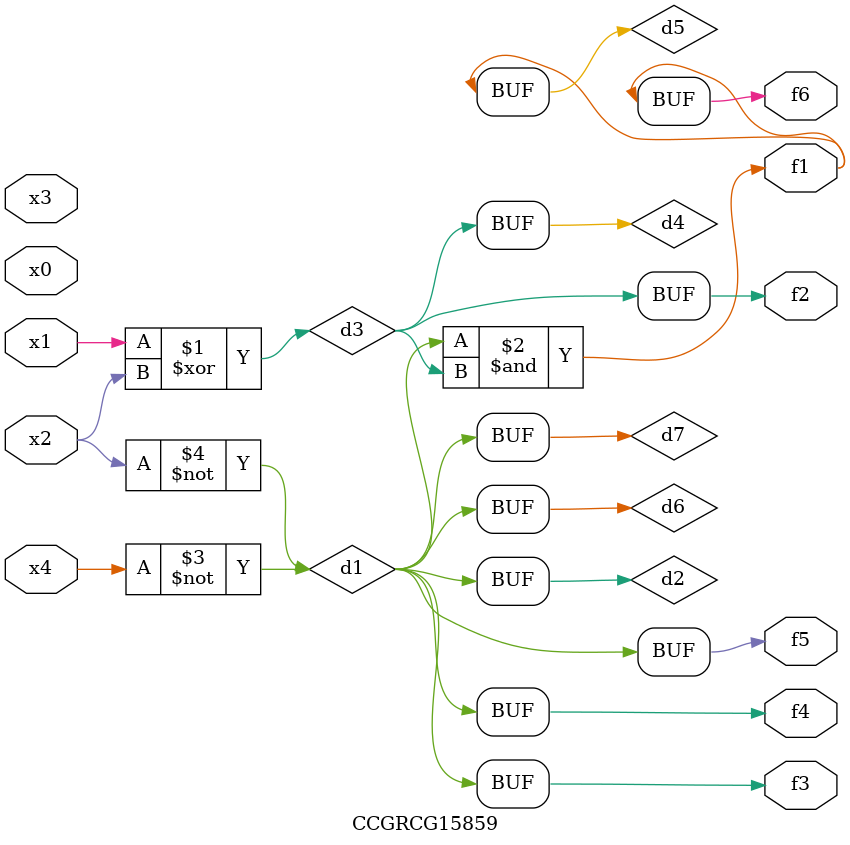
<source format=v>
module CCGRCG15859(
	input x0, x1, x2, x3, x4,
	output f1, f2, f3, f4, f5, f6
);

	wire d1, d2, d3, d4, d5, d6, d7;

	not (d1, x4);
	not (d2, x2);
	xor (d3, x1, x2);
	buf (d4, d3);
	and (d5, d1, d3);
	buf (d6, d1, d2);
	buf (d7, d2);
	assign f1 = d5;
	assign f2 = d4;
	assign f3 = d7;
	assign f4 = d7;
	assign f5 = d7;
	assign f6 = d5;
endmodule

</source>
